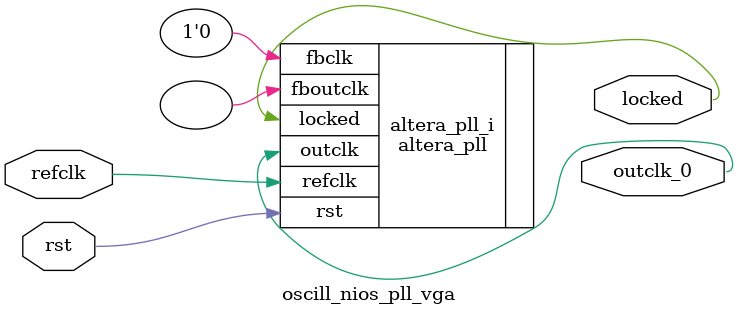
<source format=v>
`timescale 1ns/10ps
module  oscill_nios_pll_vga(

	// interface 'refclk'
	input wire refclk,

	// interface 'reset'
	input wire rst,

	// interface 'outclk0'
	output wire outclk_0,

	// interface 'locked'
	output wire locked
);

	altera_pll #(
		.fractional_vco_multiplier("false"),
		.reference_clock_frequency("50.0 MHz"),
		.operation_mode("direct"),
		.number_of_clocks(1),
		.output_clock_frequency0("25.000000 MHz"),
		.phase_shift0("0 ps"),
		.duty_cycle0(50),
		.output_clock_frequency1("0 MHz"),
		.phase_shift1("0 ps"),
		.duty_cycle1(50),
		.output_clock_frequency2("0 MHz"),
		.phase_shift2("0 ps"),
		.duty_cycle2(50),
		.output_clock_frequency3("0 MHz"),
		.phase_shift3("0 ps"),
		.duty_cycle3(50),
		.output_clock_frequency4("0 MHz"),
		.phase_shift4("0 ps"),
		.duty_cycle4(50),
		.output_clock_frequency5("0 MHz"),
		.phase_shift5("0 ps"),
		.duty_cycle5(50),
		.output_clock_frequency6("0 MHz"),
		.phase_shift6("0 ps"),
		.duty_cycle6(50),
		.output_clock_frequency7("0 MHz"),
		.phase_shift7("0 ps"),
		.duty_cycle7(50),
		.output_clock_frequency8("0 MHz"),
		.phase_shift8("0 ps"),
		.duty_cycle8(50),
		.output_clock_frequency9("0 MHz"),
		.phase_shift9("0 ps"),
		.duty_cycle9(50),
		.output_clock_frequency10("0 MHz"),
		.phase_shift10("0 ps"),
		.duty_cycle10(50),
		.output_clock_frequency11("0 MHz"),
		.phase_shift11("0 ps"),
		.duty_cycle11(50),
		.output_clock_frequency12("0 MHz"),
		.phase_shift12("0 ps"),
		.duty_cycle12(50),
		.output_clock_frequency13("0 MHz"),
		.phase_shift13("0 ps"),
		.duty_cycle13(50),
		.output_clock_frequency14("0 MHz"),
		.phase_shift14("0 ps"),
		.duty_cycle14(50),
		.output_clock_frequency15("0 MHz"),
		.phase_shift15("0 ps"),
		.duty_cycle15(50),
		.output_clock_frequency16("0 MHz"),
		.phase_shift16("0 ps"),
		.duty_cycle16(50),
		.output_clock_frequency17("0 MHz"),
		.phase_shift17("0 ps"),
		.duty_cycle17(50),
		.pll_type("General"),
		.pll_subtype("General")
	) altera_pll_i (
		.rst	(rst),
		.outclk	({outclk_0}),
		.locked	(locked),
		.fboutclk	( ),
		.fbclk	(1'b0),
		.refclk	(refclk)
	);
endmodule


</source>
